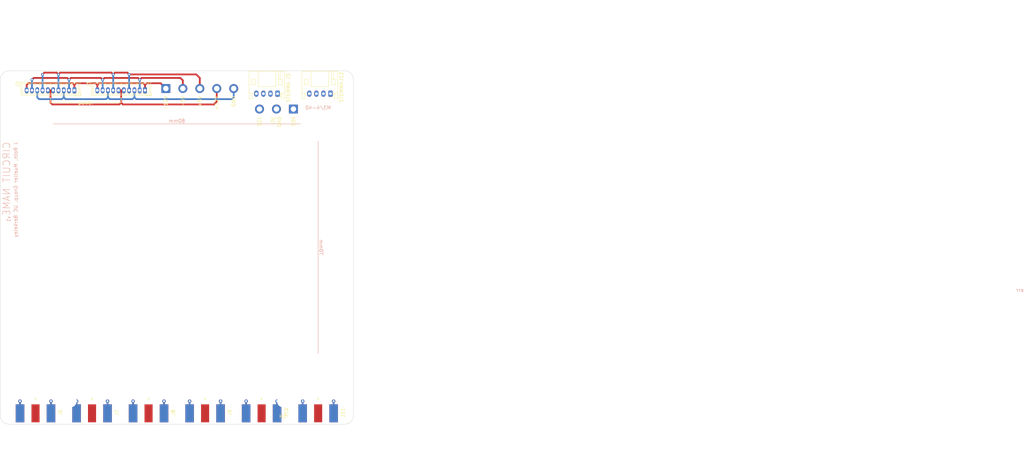
<source format=kicad_pcb>
(kicad_pcb (version 20240108) (generator "pcbnew") (generator_version "8.0")
  (layers (0 "F.Cu" signal) (1 "In1.Cu" signal) (2 "In2.Cu" signal) (31 "B.Cu" signal) (34 "B.Paste" user) (35 "F.Paste" user) (36 "B.SilkS" user "B.Silkscreen") (37 "F.SilkS" user "F.Silkscreen") (38 "B.Mask" user) (39 "F.Mask" user) (44 "Edge.Cuts" user))
  (net 0 "")
  (net 1 "GND")
  (net 2 "+5V")
  (net 3 "-5V")
  (net 4 "+12V")
  (net 5 "-12V")
  (net 6 "/I2C_SDA")
  (net 7 "/I2C_SCL")
  (net 18 "VBUS")
  (net 19 "GNDS")
  (footprint "Connector_Coaxial:SMA_Molex_73251-1153_EdgeMount_Horizontal" (layer "F.Cu") (at 190 145.21 90)
    (property "Reference" "J11" (at -1.5 7 90) (layer "F.SilkS"))
    (property "Value" "Conn_Coaxial")
    (fp_line (start 2.5 -0.25) (end 2.5 0.25) (stroke (width 0.12)) (layer "F.SilkS"))
    (fp_line (start 2 0) (end 2.5 -0.25) (stroke (width 0.12)) (layer "F.SilkS"))
    (fp_line (start 2.5 0.25) (end 2 0) (stroke (width 0.12)) (layer "F.SilkS"))
    (pad "1" smd rect (at -1.72 0 90) (size 5.08 2.29) (layers "F.Cu" "F.Paste" "F.Mask"))
    (pad "2" smd rect (at -1.72 -4.38 90) (size 5.08 2.42) (layers "F.Cu" "F.Paste" "F.Mask"))
    (pad "2" smd rect (at -1.72 -4.38 90) (size 5.08 2.42) (layers "B.Cu" "B.Paste" "B.Mask"))
    (pad "2" smd rect (at -1.72 4.38 90) (size 5.08 2.42) (layers "F.Cu" "F.Paste" "F.Mask"))
    (pad "2" smd rect (at -1.72 4.38 90) (size 5.08 2.42) (layers "B.Cu" "B.Paste" "B.Mask"))
    (pad "2" smd rect (at 1.27 -4.38 90) (size 0.95 0.46) (layers "F.Cu"))
    (pad "2" smd rect (at 1.27 -4.38 90) (size 0.95 0.46) (layers "B.Cu"))
    (pad "2" smd rect (at 1.27 4.38 90) (size 0.95 0.46) (layers "F.Cu"))
    (pad "2" smd rect (at 1.27 4.38 90) (size 0.95 0.46) (layers "B.Cu"))
    (pad "2" thru_hole circle (at 1.72 -4.38 90) (size 0.97 0.97) (drill 0.46) (layers "*.Cu"))
    (pad "2" thru_hole circle (at 1.72 4.38 90) (size 0.97 0.97) (drill 0.46) (layers "*.Cu"))
  )
  (footprint "Connector_Wire:SolderWire-0.75sqmm_1x05_P4.8mm_D1.25mm_OD2.3mm" (layer "F.Cu") (at 146.9 55)
    (property "Reference" "J4" (hide yes))
    (property "Value" "Conn_01x05")
    (pad "1" thru_hole roundrect (at 0 0) (size 2.55 2.55) (drill 1.55) (layers "*.Cu" "*.Mask") (roundrect_rratio 0.098039) (net 5 "-12V"))
    (pad "2" thru_hole circle (at 4.8 0) (size 2.55 2.55) (drill 1.55) (layers "*.Cu" "*.Mask") (net 3 "-5V"))
    (pad "3" thru_hole circle (at 9.6 0) (size 2.55 2.55) (drill 1.55) (layers "*.Cu" "*.Mask") (net 2 "+5V"))
    (pad "4" thru_hole circle (at 14.4 0) (size 2.55 2.55) (drill 1.55) (layers "*.Cu" "*.Mask") (net 4 "+12V"))
    (pad "5" thru_hole circle (at 19.2 0) (size 2.55 2.55) (drill 1.55) (layers "*.Cu" "*.Mask") (net 1 "GND"))
  )
  (footprint "Connector_JST:JST_ZH_B10B-ZR_1x10_P1.50mm_Vertical" (layer "F.Cu") (at 141 55.5 180)
    (property "Reference" "J1" (at 16 1.75 -90) (layer "F.SilkS"))
    (property "Value" "Conn_01x10_Pin")
    (fp_line (start 15.11 2.31) (end 15.11 -1.41) (stroke (width 0.12)) (layer "F.SilkS"))
    (fp_line (start 15.11 0.5) (end 14.71 0.5) (stroke (width 0.12)) (layer "F.SilkS"))
    (fp_line (start 15.11 -0.5) (end 14.71 -0.5) (stroke (width 0.12)) (layer "F.SilkS"))
    (fp_line (start 15.11 -1.41) (end -1.61 -1.41) (stroke (width 0.12)) (layer "F.SilkS"))
    (fp_line (start 14.71 1.91) (end 14.71 -1.01) (stroke (width 0.12)) (layer "F.SilkS"))
    (fp_line (start 14.71 -1.01) (end -1.21 -1.01) (stroke (width 0.12)) (layer "F.SilkS"))
    (fp_line (start 12.85 1.51) (end 12.85 1.91) (stroke (width 0.12)) (layer "F.SilkS"))
    (fp_line (start 12.75 1.91) (end 12.75 1.51) (stroke (width 0.12)) (layer "F.SilkS"))
    (fp_line (start 12.65 1.91) (end 12.65 1.51) (stroke (width 0.12)) (layer "F.SilkS"))
    (fp_line (start 12.65 1.51) (end 12.85 1.51) (stroke (width 0.12)) (layer "F.SilkS"))
    (fp_line (start 11.35 1.51) (end 11.35 1.91) (stroke (width 0.12)) (layer "F.SilkS"))
    (fp_line (start 11.25 1.91) (end 11.25 1.51) (stroke (width 0.12)) (layer "F.SilkS"))
    (fp_line (start 11.15 1.91) (end 11.15 1.51) (stroke (width 0.12)) (layer "F.SilkS"))
    (fp_line (start 11.15 1.51) (end 11.35 1.51) (stroke (width 0.12)) (layer "F.SilkS"))
    (fp_line (start 9.85 1.51) (end 9.85 1.91) (stroke (width 0.12)) (layer "F.SilkS"))
    (fp_line (start 9.75 1.91) (end 9.75 1.51) (stroke (width 0.12)) (layer "F.SilkS"))
    (fp_line (start 9.65 1.91) (end 9.65 1.51) (stroke (width 0.12)) (layer "F.SilkS"))
    (fp_line (start 9.65 1.51) (end 9.85 1.51) (stroke (width 0.12)) (layer "F.SilkS"))
    (fp_line (start 8.35 1.51) (end 8.35 1.91) (stroke (width 0.12)) (layer "F.SilkS"))
    (fp_line (start 8.25 1.91) (end 8.25 1.51) (stroke (width 0.12)) (layer "F.SilkS"))
    (fp_line (start 8.15 1.91) (end 8.15 1.51) (stroke (width 0.12)) (layer "F.SilkS"))
    (fp_line (start 8.15 1.51) (end 8.35 1.51) (stroke (width 0.12)) (layer "F.SilkS"))
    (fp_line (start 6.85 1.51) (end 6.85 1.91) (stroke (width 0.12)) (layer "F.SilkS"))
    (fp_line (start 6.75 1.91) (end 6.75 1.51) (stroke (width 0.12)) (layer "F.SilkS"))
    (fp_line (start 6.65 1.91) (end 6.65 1.51) (stroke (width 0.12)) (layer "F.SilkS"))
    (fp_line (start 6.65 1.51) (end 6.85 1.51) (stroke (width 0.12)) (layer "F.SilkS"))
    (fp_line (start 5.35 1.51) (end 5.35 1.91) (stroke (width 0.12)) (layer "F.SilkS"))
    (fp_line (start 5.25 1.91) (end 5.25 1.51) (stroke (width 0.12)) (layer "F.SilkS"))
    (fp_line (start 5.15 1.91) (end 5.15 1.51) (stroke (width 0.12)) (layer "F.SilkS"))
    (fp_line (start 5.15 1.51) (end 5.35 1.51) (stroke (width 0.12)) (layer "F.SilkS"))
    (fp_line (start 3.85 1.51) (end 3.85 1.91) (stroke (width 0.12)) (layer "F.SilkS"))
    (fp_line (start 3.75 1.91) (end 3.75 1.51) (stroke (width 0.12)) (layer "F.SilkS"))
    (fp_line (start 3.65 1.91) (end 3.65 1.51) (stroke (width 0.12)) (layer "F.SilkS"))
    (fp_line (start 3.65 1.51) (end 3.85 1.51) (stroke (width 0.12)) (layer "F.SilkS"))
    (fp_line (start 2.35 1.51) (end 2.35 1.91) (stroke (width 0.12)) (layer "F.SilkS"))
    (fp_line (start 2.25 1.91) (end 2.25 1.51) (stroke (width 0.12)) (layer "F.SilkS"))
    (fp_line (start 2.15 1.91) (end 2.15 1.51) (stroke (width 0.12)) (layer "F.SilkS"))
    (fp_line (start 2.15 1.51) (end 2.35 1.51) (stroke (width 0.12)) (layer "F.SilkS"))
    (fp_line (start 0.85 1.51) (end 0.85 1.91) (stroke (width 0.12)) (layer "F.SilkS"))
    (fp_line (start 0.75 1.91) (end 0.75 1.51) (stroke (width 0.12)) (layer "F.SilkS"))
    (fp_line (start 0.65 1.91) (end 0.65 1.51) (stroke (width 0.12)) (layer "F.SilkS"))
    (fp_line (start 0.65 1.51) (end 0.85 1.51) (stroke (width 0.12)) (layer "F.SilkS"))
    (fp_line (start -0.3 -1.41) (end -0.3 -1.61) (stroke (width 0.12)) (layer "F.SilkS"))
    (fp_line (start -0.3 -1.51) (end -0.6 -1.51) (stroke (width 0.12)) (layer "F.SilkS"))
    (fp_line (start -0.3 -1.61) (end -0.6 -1.61) (stroke (width 0.12)) (layer "F.SilkS"))
    (fp_line (start -0.6 -1.61) (end -0.6 -1.41) (stroke (width 0.12)) (layer "F.SilkS"))
    (fp_line (start -1.01 -1.61) (end -1.81 -1.61) (stroke (width 0.12)) (layer "F.SilkS"))
    (fp_line (start -1.21 1.91) (end 14.71 1.91) (stroke (width 0.12)) (layer "F.SilkS"))
    (fp_line (start -1.21 -1.01) (end -1.21 1.91) (stroke (width 0.12)) (layer "F.SilkS"))
    (fp_line (start -1.61 2.31) (end 15.11 2.31) (stroke (width 0.12)) (layer "F.SilkS"))
    (fp_line (start -1.61 0.5) (end -1.21 0.5) (stroke (width 0.12)) (layer "F.SilkS"))
    (fp_line (start -1.61 -0.5) (end -1.21 -0.5) (stroke (width 0.12)) (layer "F.SilkS"))
    (fp_line (start -1.61 -1.41) (end -1.61 2.31) (stroke (width 0.12)) (layer "F.SilkS"))
    (fp_line (start -1.81 -1.61) (end -1.81 -0.81) (stroke (width 0.12)) (layer "F.SilkS"))
    (pad "1" thru_hole roundrect (at 0 0 180) (size 1.03 1.73) (drill 0.73) (layers "*.Cu" "*.Mask") (roundrect_rratio 0.242718) (net 5 "-12V"))
    (pad "2" thru_hole oval (at 1.5 0 180) (size 1.03 1.73) (drill 0.73) (layers "*.Cu" "*.Mask") (net 3 "-5V"))
    (pad "3" thru_hole oval (at 3 0 180) (size 1.03 1.73) (drill 0.73) (layers "*.Cu" "*.Mask") (net 1 "GND"))
    (pad "4" thru_hole oval (at 4.5 0 180) (size 1.03 1.73) (drill 0.73) (layers "*.Cu" "*.Mask") (net 2 "+5V"))
    (pad "5" thru_hole oval (at 6 0 180) (size 1.03 1.73) (drill 0.73) (layers "*.Cu" "*.Mask") (net 4 "+12V"))
    (pad "6" thru_hole oval (at 7.5 0 180) (size 1.03 1.73) (drill 0.73) (layers "*.Cu" "*.Mask") (net 4 "+12V"))
    (pad "7" thru_hole oval (at 9 0 180) (size 1.03 1.73) (drill 0.73) (layers "*.Cu" "*.Mask") (net 2 "+5V"))
    (pad "8" thru_hole oval (at 10.5 0 180) (size 1.03 1.73) (drill 0.73) (layers "*.Cu" "*.Mask") (net 1 "GND"))
    (pad "9" thru_hole oval (at 12 0 180) (size 1.03 1.73) (drill 0.73) (layers "*.Cu" "*.Mask") (net 3 "-5V"))
    (pad "10" thru_hole oval (at 13.5 0 180) (size 1.03 1.73) (drill 0.73) (layers "*.Cu" "*.Mask") (net 5 "-12V"))
  )
  (footprint "MountingHole:MountingHole_3.2mm_M3" (layer "F.Cu") (at 190 135)
    (property "Reference" "H4" (hide yes))
    (property "Value" "MountingHole")
    (pad "" np_thru_hole circle (at 0 0) (size 3.2 3.2) (drill 3.2) (layers "*.Cu" "*.Mask"))
  )
  (footprint "MountingHole:MountingHole_3.2mm_M3" (layer "F.Cu") (at 110 65)
    (property "Reference" "H5" (hide yes))
    (property "Value" "MountingHole")
    (pad "" np_thru_hole circle (at 0 0) (size 3.2 3.2) (drill 3.2) (layers "*.Cu" "*.Mask"))
  )
  (footprint "Connector_Coaxial:SMA_Molex_73251-1153_EdgeMount_Horizontal" (layer "F.Cu") (at 142 145.21 90)
    (property "Reference" "J8" (at -1.5 7 90) (layer "F.SilkS"))
    (property "Value" "Conn_Coaxial")
    (fp_line (start 2.5 -0.25) (end 2.5 0.25) (stroke (width 0.12)) (layer "F.SilkS"))
    (fp_line (start 2 0) (end 2.5 -0.25) (stroke (width 0.12)) (layer "F.SilkS"))
    (fp_line (start 2.5 0.25) (end 2 0) (stroke (width 0.12)) (layer "F.SilkS"))
    (pad "1" smd rect (at -1.72 0 90) (size 5.08 2.29) (layers "F.Cu" "F.Paste" "F.Mask"))
    (pad "2" smd rect (at -1.72 -4.38 90) (size 5.08 2.42) (layers "F.Cu" "F.Paste" "F.Mask"))
    (pad "2" smd rect (at -1.72 -4.38 90) (size 5.08 2.42) (layers "B.Cu" "B.Paste" "B.Mask"))
    (pad "2" smd rect (at -1.72 4.38 90) (size 5.08 2.42) (layers "F.Cu" "F.Paste" "F.Mask"))
    (pad "2" smd rect (at -1.72 4.38 90) (size 5.08 2.42) (layers "B.Cu" "B.Paste" "B.Mask"))
    (pad "2" smd rect (at 1.27 -4.38 90) (size 0.95 0.46) (layers "F.Cu"))
    (pad "2" smd rect (at 1.27 -4.38 90) (size 0.95 0.46) (layers "B.Cu"))
    (pad "2" smd rect (at 1.27 4.38 90) (size 0.95 0.46) (layers "F.Cu"))
    (pad "2" smd rect (at 1.27 4.38 90) (size 0.95 0.46) (layers "B.Cu"))
    (pad "2" thru_hole circle (at 1.72 -4.38 90) (size 0.97 0.97) (drill 0.46) (layers "*.Cu"))
    (pad "2" thru_hole circle (at 1.72 4.38 90) (size 0.97 0.97) (drill 0.46) (layers "*.Cu"))
  )
  (footprint "Connector_JST:JST_PH_S4B-PH-K_1x04_P2.00mm_Horizontal" (layer "F.Cu") (at 178.5 56.45 180)
    (property "Reference" "J3" (at -3.1 4.85 90) (layer "F.SilkS"))
    (property "Value" "Conn_01x04_Pin")
    (fp_line (start 8.06 6.36) (end 8.06 -1.46) (stroke (width 0.12)) (layer "F.SilkS"))
    (fp_line (start 8.06 0.14) (end 7.14 0.14) (stroke (width 0.12)) (layer "F.SilkS"))
    (fp_line (start 8.06 -1.46) (end 7.14 -1.46) (stroke (width 0.12)) (layer "F.SilkS"))
    (fp_line (start 7.3 4.1) (end 6.3 4.1) (stroke (width 0.12)) (layer "F.SilkS"))
    (fp_line (start 7.3 2.5) (end 7.3 4.1) (stroke (width 0.12)) (layer "F.SilkS"))
    (fp_line (start 7.14 0.14) (end 6.86 0.14) (stroke (width 0.12)) (layer "F.SilkS"))
    (fp_line (start 7.14 -1.46) (end 7.14 0.14) (stroke (width 0.12)) (layer "F.SilkS"))
    (fp_line (start 6.3 4.1) (end 6.3 2.5) (stroke (width 0.12)) (layer "F.SilkS"))
    (fp_line (start 6.3 2.5) (end 7.3 2.5) (stroke (width 0.12)) (layer "F.SilkS"))
    (fp_line (start 5.5 2) (end 5.5 6.36) (stroke (width 0.12)) (layer "F.SilkS"))
    (fp_line (start 0.5 6.36) (end 0.5 2) (stroke (width 0.12)) (layer "F.SilkS"))
    (fp_line (start 0.5 2) (end 5.5 2) (stroke (width 0.12)) (layer "F.SilkS"))
    (fp_line (start -0.3 4.1) (end -0.3 6.36) (stroke (width 0.12)) (layer "F.SilkS"))
    (fp_line (start -0.3 4.1) (end -0.3 2.5) (stroke (width 0.12)) (layer "F.SilkS"))
    (fp_line (start -0.3 2.5) (end -1.3 2.5) (stroke (width 0.12)) (layer "F.SilkS"))
    (fp_line (start -0.8 4.1) (end -0.8 6.36) (stroke (width 0.12)) (layer "F.SilkS"))
    (fp_line (start -0.86 0.14) (end -0.86 -1.075) (stroke (width 0.12)) (layer "F.SilkS"))
    (fp_line (start -0.86 0.14) (end -1.14 0.14) (stroke (width 0.12)) (layer "F.SilkS"))
    (fp_line (start -1.14 0.14) (end -1.14 -1.46) (stroke (width 0.12)) (layer "F.SilkS"))
    (fp_line (start -1.14 -1.46) (end -2.06 -1.46) (stroke (width 0.12)) (layer "F.SilkS"))
    (fp_line (start -1.3 4.1) (end -0.3 4.1) (stroke (width 0.12)) (layer "F.SilkS"))
    (fp_line (start -1.3 2.5) (end -1.3 4.1) (stroke (width 0.12)) (layer "F.SilkS"))
    (fp_line (start -2.06 6.36) (end 8.06 6.36) (stroke (width 0.12)) (layer "F.SilkS"))
    (fp_line (start -2.06 0.14) (end -1.14 0.14) (stroke (width 0.12)) (layer "F.SilkS"))
    (fp_line (start -2.06 -1.46) (end -2.06 6.36) (stroke (width 0.12)) (layer "F.SilkS"))
    (pad "1" thru_hole roundrect (at 0 0 180) (size 1.2 1.75) (drill 0.75) (layers "*.Cu" "*.Mask") (roundrect_rratio 0.208333) (net 7 "/I2C_SCL"))
    (pad "2" thru_hole oval (at 2 0 180) (size 1.2 1.75) (drill 0.75) (layers "*.Cu" "*.Mask") (net 6 "/I2C_SDA"))
    (pad "3" thru_hole oval (at 4 0 180) (size 1.2 1.75) (drill 0.75) (layers "*.Cu" "*.Mask") (net 18 "VBUS"))
    (pad "4" thru_hole oval (at 6 0 180) (size 1.2 1.75) (drill 0.75) (layers "*.Cu" "*.Mask") (net 19 "GNDS"))
  )
  (footprint "MountingHole:MountingHole_3.2mm_M3" (layer "F.Cu") (at 190 65)
    (property "Reference" "H6" (hide yes))
    (property "Value" "MountingHole")
    (pad "" np_thru_hole circle (at 0 0) (size 3.2 3.2) (drill 3.2) (layers "*.Cu" "*.Mask"))
  )
  (footprint "MountingHole:MountingHole_3.2mm_M3" (layer "F.Cu") (at 110 135)
    (property "Reference" "H3" (hide yes))
    (property "Value" "MountingHole")
    (pad "" np_thru_hole circle (at 0 0) (size 3.2 3.2) (drill 3.2) (layers "*.Cu" "*.Mask"))
  )
  (footprint "matterwaves:Keystone 621" (layer "F.Cu") (at 180 143.6 180)
    (property "Reference" "H2" (at 0 -4.2 180) (layer "F.SilkS"))
    (property "Value" "Keystone Electronics 621")
    (pad "" np_thru_hole circle (at 0 0 180) (size 3.2 3.2) (drill 3.2) (layers "*.Cu" "*.Mask"))
  )
  (footprint "Connector_Coaxial:SMA_Molex_73251-1153_EdgeMount_Horizontal" (layer "F.Cu") (at 126 145.21 90)
    (property "Reference" "J7" (at -1.5 7 90) (layer "F.SilkS"))
    (property "Value" "Conn_Coaxial")
    (fp_line (start 2.5 -0.25) (end 2.5 0.25) (stroke (width 0.12)) (layer "F.SilkS"))
    (fp_line (start 2 0) (end 2.5 -0.25) (stroke (width 0.12)) (layer "F.SilkS"))
    (fp_line (start 2.5 0.25) (end 2 0) (stroke (width 0.12)) (layer "F.SilkS"))
    (pad "1" smd rect (at -1.72 0 90) (size 5.08 2.29) (layers "F.Cu" "F.Paste" "F.Mask"))
    (pad "2" smd rect (at -1.72 -4.38 90) (size 5.08 2.42) (layers "F.Cu" "F.Paste" "F.Mask"))
    (pad "2" smd rect (at -1.72 -4.38 90) (size 5.08 2.42) (layers "B.Cu" "B.Paste" "B.Mask"))
    (pad "2" smd rect (at -1.72 4.38 90) (size 5.08 2.42) (layers "F.Cu" "F.Paste" "F.Mask"))
    (pad "2" smd rect (at -1.72 4.38 90) (size 5.08 2.42) (layers "B.Cu" "B.Paste" "B.Mask"))
    (pad "2" smd rect (at 1.27 -4.38 90) (size 0.95 0.46) (layers "F.Cu"))
    (pad "2" smd rect (at 1.27 -4.38 90) (size 0.95 0.46) (layers "B.Cu"))
    (pad "2" smd rect (at 1.27 4.38 90) (size 0.95 0.46) (layers "F.Cu"))
    (pad "2" smd rect (at 1.27 4.38 90) (size 0.95 0.46) (layers "B.Cu"))
    (pad "2" thru_hole circle (at 1.72 -4.38 90) (size 0.97 0.97) (drill 0.46) (layers "*.Cu"))
    (pad "2" thru_hole circle (at 1.72 4.38 90) (size 0.97 0.97) (drill 0.46) (layers "*.Cu"))
  )
  (footprint "Connector_JST:JST_ZH_B10B-ZR_1x10_P1.50mm_Vertical" (layer "F.Cu") (at 121 55.5 180)
    (property "Reference" "J2" (at 16 1.75 -90) (layer "F.SilkS"))
    (property "Value" "Conn_01x10_Pin")
    (fp_line (start 15.11 2.31) (end 15.11 -1.41) (stroke (width 0.12)) (layer "F.SilkS"))
    (fp_line (start 15.11 0.5) (end 14.71 0.5) (stroke (width 0.12)) (layer "F.SilkS"))
    (fp_line (start 15.11 -0.5) (end 14.71 -0.5) (stroke (width 0.12)) (layer "F.SilkS"))
    (fp_line (start 15.11 -1.41) (end -1.61 -1.41) (stroke (width 0.12)) (layer "F.SilkS"))
    (fp_line (start 14.71 1.91) (end 14.71 -1.01) (stroke (width 0.12)) (layer "F.SilkS"))
    (fp_line (start 14.71 -1.01) (end -1.21 -1.01) (stroke (width 0.12)) (layer "F.SilkS"))
    (fp_line (start 12.85 1.51) (end 12.85 1.91) (stroke (width 0.12)) (layer "F.SilkS"))
    (fp_line (start 12.75 1.91) (end 12.75 1.51) (stroke (width 0.12)) (layer "F.SilkS"))
    (fp_line (start 12.65 1.91) (end 12.65 1.51) (stroke (width 0.12)) (layer "F.SilkS"))
    (fp_line (start 12.65 1.51) (end 12.85 1.51) (stroke (width 0.12)) (layer "F.SilkS"))
    (fp_line (start 11.35 1.51) (end 11.35 1.91) (stroke (width 0.12)) (layer "F.SilkS"))
    (fp_line (start 11.25 1.91) (end 11.25 1.51) (stroke (width 0.12)) (layer "F.SilkS"))
    (fp_line (start 11.15 1.91) (end 11.15 1.51) (stroke (width 0.12)) (layer "F.SilkS"))
    (fp_line (start 11.15 1.51) (end 11.35 1.51) (stroke (width 0.12)) (layer "F.SilkS"))
    (fp_line (start 9.85 1.51) (end 9.85 1.91) (stroke (width 0.12)) (layer "F.SilkS"))
    (fp_line (start 9.75 1.91) (end 9.75 1.51) (stroke (width 0.12)) (layer "F.SilkS"))
    (fp_line (start 9.65 1.91) (end 9.65 1.51) (stroke (width 0.12)) (layer "F.SilkS"))
    (fp_line (start 9.65 1.51) (end 9.85 1.51) (stroke (width 0.12)) (layer "F.SilkS"))
    (fp_line (start 8.35 1.51) (end 8.35 1.91) (stroke (width 0.12)) (layer "F.SilkS"))
    (fp_line (start 8.25 1.91) (end 8.25 1.51) (stroke (width 0.12)) (layer "F.SilkS"))
    (fp_line (start 8.15 1.91) (end 8.15 1.51) (stroke (width 0.12)) (layer "F.SilkS"))
    (fp_line (start 8.15 1.51) (end 8.35 1.51) (stroke (width 0.12)) (layer "F.SilkS"))
    (fp_line (start 6.85 1.51) (end 6.85 1.91) (stroke (width 0.12)) (layer "F.SilkS"))
    (fp_line (start 6.75 1.91) (end 6.75 1.51) (stroke (width 0.12)) (layer "F.SilkS"))
    (fp_line (start 6.65 1.91) (end 6.65 1.51) (stroke (width 0.12)) (layer "F.SilkS"))
    (fp_line (start 6.65 1.51) (end 6.85 1.51) (stroke (width 0.12)) (layer "F.SilkS"))
    (fp_line (start 5.35 1.51) (end 5.35 1.91) (stroke (width 0.12)) (layer "F.SilkS"))
    (fp_line (start 5.25 1.91) (end 5.25 1.51) (stroke (width 0.12)) (layer "F.SilkS"))
    (fp_line (start 5.15 1.91) (end 5.15 1.51) (stroke (width 0.12)) (layer "F.SilkS"))
    (fp_line (start 5.15 1.51) (end 5.35 1.51) (stroke (width 0.12)) (layer "F.SilkS"))
    (fp_line (start 3.85 1.51) (end 3.85 1.91) (stroke (width 0.12)) (layer "F.SilkS"))
    (fp_line (start 3.75 1.91) (end 3.75 1.51) (stroke (width 0.12)) (layer "F.SilkS"))
    (fp_line (start 3.65 1.91) (end 3.65 1.51) (stroke (width 0.12)) (layer "F.SilkS"))
    (fp_line (start 3.65 1.51) (end 3.85 1.51) (stroke (width 0.12)) (layer "F.SilkS"))
    (fp_line (start 2.35 1.51) (end 2.35 1.91) (stroke (width 0.12)) (layer "F.SilkS"))
    (fp_line (start 2.25 1.91) (end 2.25 1.51) (stroke (width 0.12)) (layer "F.SilkS"))
    (fp_line (start 2.15 1.91) (end 2.15 1.51) (stroke (width 0.12)) (layer "F.SilkS"))
    (fp_line (start 2.15 1.51) (end 2.35 1.51) (stroke (width 0.12)) (layer "F.SilkS"))
    (fp_line (start 0.85 1.51) (end 0.85 1.91) (stroke (width 0.12)) (layer "F.SilkS"))
    (fp_line (start 0.75 1.91) (end 0.75 1.51) (stroke (width 0.12)) (layer "F.SilkS"))
    (fp_line (start 0.65 1.91) (end 0.65 1.51) (stroke (width 0.12)) (layer "F.SilkS"))
    (fp_line (start 0.65 1.51) (end 0.85 1.51) (stroke (width 0.12)) (layer "F.SilkS"))
    (fp_line (start -0.3 -1.41) (end -0.3 -1.61) (stroke (width 0.12)) (layer "F.SilkS"))
    (fp_line (start -0.3 -1.51) (end -0.6 -1.51) (stroke (width 0.12)) (layer "F.SilkS"))
    (fp_line (start -0.3 -1.61) (end -0.6 -1.61) (stroke (width 0.12)) (layer "F.SilkS"))
    (fp_line (start -0.6 -1.61) (end -0.6 -1.41) (stroke (width 0.12)) (layer "F.SilkS"))
    (fp_line (start -1.01 -1.61) (end -1.81 -1.61) (stroke (width 0.12)) (layer "F.SilkS"))
    (fp_line (start -1.21 1.91) (end 14.71 1.91) (stroke (width 0.12)) (layer "F.SilkS"))
    (fp_line (start -1.21 -1.01) (end -1.21 1.91) (stroke (width 0.12)) (layer "F.SilkS"))
    (fp_line (start -1.61 2.31) (end 15.11 2.31) (stroke (width 0.12)) (layer "F.SilkS"))
    (fp_line (start -1.61 0.5) (end -1.21 0.5) (stroke (width 0.12)) (layer "F.SilkS"))
    (fp_line (start -1.61 -0.5) (end -1.21 -0.5) (stroke (width 0.12)) (layer "F.SilkS"))
    (fp_line (start -1.61 -1.41) (end -1.61 2.31) (stroke (width 0.12)) (layer "F.SilkS"))
    (fp_line (start -1.81 -1.61) (end -1.81 -0.81) (stroke (width 0.12)) (layer "F.SilkS"))
    (pad "1" thru_hole roundrect (at 0 0 180) (size 1.03 1.73) (drill 0.73) (layers "*.Cu" "*.Mask") (roundrect_rratio 0.242718) (net 5 "-12V"))
    (pad "2" thru_hole oval (at 1.5 0 180) (size 1.03 1.73) (drill 0.73) (layers "*.Cu" "*.Mask") (net 3 "-5V"))
    (pad "3" thru_hole oval (at 3 0 180) (size 1.03 1.73) (drill 0.73) (layers "*.Cu" "*.Mask") (net 1 "GND"))
    (pad "4" thru_hole oval (at 4.5 0 180) (size 1.03 1.73) (drill 0.73) (layers "*.Cu" "*.Mask") (net 2 "+5V"))
    (pad "5" thru_hole oval (at 6 0 180) (size 1.03 1.73) (drill 0.73) (layers "*.Cu" "*.Mask") (net 4 "+12V"))
    (pad "6" thru_hole oval (at 7.5 0 180) (size 1.03 1.73) (drill 0.73) (layers "*.Cu" "*.Mask") (net 4 "+12V"))
    (pad "7" thru_hole oval (at 9 0 180) (size 1.03 1.73) (drill 0.73) (layers "*.Cu" "*.Mask") (net 2 "+5V"))
    (pad "8" thru_hole oval (at 10.5 0 180) (size 1.03 1.73) (drill 0.73) (layers "*.Cu" "*.Mask") (net 1 "GND"))
    (pad "9" thru_hole oval (at 12 0 180) (size 1.03 1.73) (drill 0.73) (layers "*.Cu" "*.Mask") (net 3 "-5V"))
    (pad "10" thru_hole oval (at 13.5 0 180) (size 1.03 1.73) (drill 0.73) (layers "*.Cu" "*.Mask") (net 5 "-12V"))
  )
  (footprint "Connector_Wire:SolderWire-0.75sqmm_1x03_P4.8mm_D1.25mm_OD2.3mm" (layer "F.Cu") (at 183 60.8 180)
    (property "Reference" "J5" (hide yes))
    (property "Value" "Conn_01x03")
    (pad "1" thru_hole roundrect (at 0 0 180) (size 2.55 2.55) (drill 1.55) (layers "*.Cu" "*.Mask") (roundrect_rratio 0.098039) (net 6 "/I2C_SDA"))
    (pad "2" thru_hole circle (at 4.8 0 180) (size 2.55 2.55) (drill 1.55) (layers "*.Cu" "*.Mask") (net 19 "GNDS"))
    (pad "3" thru_hole circle (at 9.6 0 180) (size 2.55 2.55) (drill 1.55) (layers "*.Cu" "*.Mask") (net 7 "/I2C_SCL"))
  )
  (footprint "Connector_Coaxial:SMA_Molex_73251-1153_EdgeMount_Horizontal" (layer "F.Cu") (at 158 145.21 90)
    (property "Reference" "J9" (at -1.5 7 90) (layer "F.SilkS"))
    (property "Value" "Conn_Coaxial")
    (fp_line (start 2.5 -0.25) (end 2.5 0.25) (stroke (width 0.12)) (layer "F.SilkS"))
    (fp_line (start 2 0) (end 2.5 -0.25) (stroke (width 0.12)) (layer "F.SilkS"))
    (fp_line (start 2.5 0.25) (end 2 0) (stroke (width 0.12)) (layer "F.SilkS"))
    (pad "1" smd rect (at -1.72 0 90) (size 5.08 2.29) (layers "F.Cu" "F.Paste" "F.Mask"))
    (pad "2" smd rect (at -1.72 -4.38 90) (size 5.08 2.42) (layers "F.Cu" "F.Paste" "F.Mask"))
    (pad "2" smd rect (at -1.72 -4.38 90) (size 5.08 2.42) (layers "B.Cu" "B.Paste" "B.Mask"))
    (pad "2" smd rect (at -1.72 4.38 90) (size 5.08 2.42) (layers "F.Cu" "F.Paste" "F.Mask"))
    (pad "2" smd rect (at -1.72 4.38 90) (size 5.08 2.42) (layers "B.Cu" "B.Paste" "B.Mask"))
    (pad "2" smd rect (at 1.27 -4.38 90) (size 0.95 0.46) (layers "F.Cu"))
    (pad "2" smd rect (at 1.27 -4.38 90) (size 0.95 0.46) (layers "B.Cu"))
    (pad "2" smd rect (at 1.27 4.38 90) (size 0.95 0.46) (layers "F.Cu"))
    (pad "2" smd rect (at 1.27 4.38 90) (size 0.95 0.46) (layers "B.Cu"))
    (pad "2" thru_hole circle (at 1.72 -4.38 90) (size 0.97 0.97) (drill 0.46) (layers "*.Cu"))
    (pad "2" thru_hole circle (at 1.72 4.38 90) (size 0.97 0.97) (drill 0.46) (layers "*.Cu"))
  )
  (footprint "matterwaves:Keystone 621" (layer "F.Cu") (at 120 143.6 180)
    (property "Reference" "H1" (hide yes))
    (property "Value" "Keystone Electronics 621")
    (pad "" np_thru_hole circle (at 0 0 180) (size 3.2 3.2) (drill 3.2) (layers "*.Cu" "*.Mask"))
  )
  (footprint "Connector_JST:JST_PH_S4B-PH-K_1x04_P2.00mm_Horizontal" (layer "F.Cu") (at 193.5 56.45 180)
    (property "Reference" "J12" (at -3.1 4.85 90) (layer "F.SilkS"))
    (property "Value" "Conn_01x04_Pin")
    (fp_line (start 8.06 6.36) (end 8.06 -1.46) (stroke (width 0.12)) (layer "F.SilkS"))
    (fp_line (start 8.06 0.14) (end 7.14 0.14) (stroke (width 0.12)) (layer "F.SilkS"))
    (fp_line (start 8.06 -1.46) (end 7.14 -1.46) (stroke (width 0.12)) (layer "F.SilkS"))
    (fp_line (start 7.3 4.1) (end 6.3 4.1) (stroke (width 0.12)) (layer "F.SilkS"))
    (fp_line (start 7.3 2.5) (end 7.3 4.1) (stroke (width 0.12)) (layer "F.SilkS"))
    (fp_line (start 7.14 0.14) (end 6.86 0.14) (stroke (width 0.12)) (layer "F.SilkS"))
    (fp_line (start 7.14 -1.46) (end 7.14 0.14) (stroke (width 0.12)) (layer "F.SilkS"))
    (fp_line (start 6.3 4.1) (end 6.3 2.5) (stroke (width 0.12)) (layer "F.SilkS"))
    (fp_line (start 6.3 2.5) (end 7.3 2.5) (stroke (width 0.12)) (layer "F.SilkS"))
    (fp_line (start 5.5 2) (end 5.5 6.36) (stroke (width 0.12)) (layer "F.SilkS"))
    (fp_line (start 0.5 6.36) (end 0.5 2) (stroke (width 0.12)) (layer "F.SilkS"))
    (fp_line (start 0.5 2) (end 5.5 2) (stroke (width 0.12)) (layer "F.SilkS"))
    (fp_line (start -0.3 4.1) (end -0.3 6.36) (stroke (width 0.12)) (layer "F.SilkS"))
    (fp_line (start -0.3 4.1) (end -0.3 2.5) (stroke (width 0.12)) (layer "F.SilkS"))
    (fp_line (start -0.3 2.5) (end -1.3 2.5) (stroke (width 0.12)) (layer "F.SilkS"))
    (fp_line (start -0.8 4.1) (end -0.8 6.36) (stroke (width 0.12)) (layer "F.SilkS"))
    (fp_line (start -0.86 0.14) (end -0.86 -1.075) (stroke (width 0.12)) (layer "F.SilkS"))
    (fp_line (start -0.86 0.14) (end -1.14 0.14) (stroke (width 0.12)) (layer "F.SilkS"))
    (fp_line (start -1.14 0.14) (end -1.14 -1.46) (stroke (width 0.12)) (layer "F.SilkS"))
    (fp_line (start -1.14 -1.46) (end -2.06 -1.46) (stroke (width 0.12)) (layer "F.SilkS"))
    (fp_line (start -1.3 4.1) (end -0.3 4.1) (stroke (width 0.12)) (layer "F.SilkS"))
    (fp_line (start -1.3 2.5) (end -1.3 4.1) (stroke (width 0.12)) (layer "F.SilkS"))
    (fp_line (start -2.06 6.36) (end 8.06 6.36) (stroke (width 0.12)) (layer "F.SilkS"))
    (fp_line (start -2.06 0.14) (end -1.14 0.14) (stroke (width 0.12)) (layer "F.SilkS"))
    (fp_line (start -2.06 -1.46) (end -2.06 6.36) (stroke (width 0.12)) (layer "F.SilkS"))
    (pad "1" thru_hole roundrect (at 0 0 180) (size 1.2 1.75) (drill 0.75) (layers "*.Cu" "*.Mask") (roundrect_rratio 0.208333) (net 7 "/I2C_SCL"))
    (pad "2" thru_hole oval (at 2 0 180) (size 1.2 1.75) (drill 0.75) (layers "*.Cu" "*.Mask") (net 6 "/I2C_SDA"))
    (pad "3" thru_hole oval (at 4 0 180) (size 1.2 1.75) (drill 0.75) (layers "*.Cu" "*.Mask") (net 18 "VBUS"))
    (pad "4" thru_hole oval (at 6 0 180) (size 1.2 1.75) (drill 0.75) (layers "*.Cu" "*.Mask") (net 19 "GNDS"))
  )
  (footprint "Connector_Coaxial:SMA_Molex_73251-1153_EdgeMount_Horizontal" (layer "F.Cu") (at 174 145.21 90)
    (property "Reference" "J10" (at -1.5 7 90) (layer "F.SilkS"))
    (property "Value" "Conn_Coaxial")
    (fp_line (start 2.5 -0.25) (end 2.5 0.25) (stroke (width 0.12)) (layer "F.SilkS"))
    (fp_line (start 2 0) (end 2.5 -0.25) (stroke (width 0.12)) (layer "F.SilkS"))
    (fp_line (start 2.5 0.25) (end 2 0) (stroke (width 0.12)) (layer "F.SilkS"))
    (pad "1" smd rect (at -1.72 0 90) (size 5.08 2.29) (layers "F.Cu" "F.Paste" "F.Mask"))
    (pad "2" smd rect (at -1.72 -4.38 90) (size 5.08 2.42) (layers "F.Cu" "F.Paste" "F.Mask"))
    (pad "2" smd rect (at -1.72 -4.38 90) (size 5.08 2.42) (layers "B.Cu" "B.Paste" "B.Mask"))
    (pad "2" smd rect (at -1.72 4.38 90) (size 5.08 2.42) (layers "F.Cu" "F.Paste" "F.Mask"))
    (pad "2" smd rect (at -1.72 4.38 90) (size 5.08 2.42) (layers "B.Cu" "B.Paste" "B.Mask"))
    (pad "2" smd rect (at 1.27 -4.38 90) (size 0.95 0.46) (layers "F.Cu"))
    (pad "2" smd rect (at 1.27 -4.38 90) (size 0.95 0.46) (layers "B.Cu"))
    (pad "2" smd rect (at 1.27 4.38 90) (size 0.95 0.46) (layers "F.Cu"))
    (pad "2" smd rect (at 1.27 4.38 90) (size 0.95 0.46) (layers "B.Cu"))
    (pad "2" thru_hole circle (at 1.72 -4.38 90) (size 0.97 0.97) (drill 0.46) (layers "*.Cu"))
    (pad "2" thru_hole circle (at 1.72 4.38 90) (size 0.97 0.97) (drill 0.46) (layers "*.Cu"))
  )
  (footprint "Connector_Coaxial:SMA_Molex_73251-1153_EdgeMount_Horizontal" (layer "F.Cu") (at 110 145.21 90)
    (property "Reference" "J6" (at -1.5 7 90) (layer "F.SilkS"))
    (property "Value" "Conn_Coaxial")
    (fp_line (start 2.5 -0.25) (end 2.5 0.25) (stroke (width 0.12)) (layer "F.SilkS"))
    (fp_line (start 2 0) (end 2.5 -0.25) (stroke (width 0.12)) (layer "F.SilkS"))
    (fp_line (start 2.5 0.25) (end 2 0) (stroke (width 0.12)) (layer "F.SilkS"))
    (pad "1" smd rect (at -1.72 0 90) (size 5.08 2.29) (layers "F.Cu" "F.Paste" "F.Mask"))
    (pad "2" smd rect (at -1.72 -4.38 90) (size 5.08 2.42) (layers "F.Cu" "F.Paste" "F.Mask"))
    (pad "2" smd rect (at -1.72 -4.38 90) (size 5.08 2.42) (layers "B.Cu" "B.Paste" "B.Mask"))
    (pad "2" smd rect (at -1.72 4.38 90) (size 5.08 2.42) (layers "F.Cu" "F.Paste" "F.Mask"))
    (pad "2" smd rect (at -1.72 4.38 90) (size 5.08 2.42) (layers "B.Cu" "B.Paste" "B.Mask"))
    (pad "2" smd rect (at 1.27 -4.38 90) (size 0.95 0.46) (layers "F.Cu"))
    (pad "2" smd rect (at 1.27 -4.38 90) (size 0.95 0.46) (layers "B.Cu"))
    (pad "2" smd rect (at 1.27 4.38 90) (size 0.95 0.46) (layers "F.Cu"))
    (pad "2" smd rect (at 1.27 4.38 90) (size 0.95 0.46) (layers "B.Cu"))
    (pad "2" thru_hole circle (at 1.72 -4.38 90) (size 0.97 0.97) (drill 0.46) (layers "*.Cu"))
    (pad "2" thru_hole circle (at 1.72 4.38 90) (size 0.97 0.97) (drill 0.46) (layers "*.Cu"))
  )
  (gr_line (start 190 70) (end 190 130) (stroke (width 0.15)) (layer "B.SilkS"))
  (gr_line (start 115 65) (end 185 65) (stroke (width 0.15)) (layer "B.SilkS"))
  (gr_line (start 134.25 59) (end 134.25 57.5) (stroke (width 0.15)) (layer "F.SilkS"))
  (gr_line (start 126.75 59) (end 134.25 59) (stroke (width 0.15)) (layer "F.SilkS"))
  (gr_line (start 114.25 59) (end 114.25 57.5) (stroke (width 0.15)) (layer "F.SilkS"))
  (gr_line (start 121.75 59) (end 114.25 59) (stroke (width 0.15)) (layer "F.SilkS"))
  (gr_line (start 102.5 150) (end 197.5 150) (stroke (width 0.1)) (layer "Edge.Cuts"))
  (gr_arc (start 100 52.5) (mid 100.732233 50.732233) (end 102.5 50) (stroke (width 0.1)) (layer "Edge.Cuts"))
  (gr_arc (start 197.5 50) (mid 199.267767 50.732233) (end 200 52.5) (stroke (width 0.1)) (layer "Edge.Cuts"))
  (gr_arc (start 102.5 150) (mid 100.732233 149.267767) (end 100 147.5) (stroke (width 0.1)) (layer "Edge.Cuts"))
  (gr_line (start 197.5 50) (end 102.5 50) (stroke (width 0.1)) (layer "Edge.Cuts"))
  (gr_line (start 200 52.5) (end 200 147.5) (stroke (width 0.1)) (layer "Edge.Cuts"))
  (gr_line (start 100 52.5) (end 100 147.5) (stroke (width 0.1)) (layer "Edge.Cuts"))
  (gr_arc (start 200 147.5) (mid 199.267767 149.267767) (end 197.5 150) (stroke (width 0.1)) (layer "Edge.Cuts"))
  (gr_text "err" (at 388.62 112.075 0) (layer "B.SilkS") (effects (font (size 1 1)) (justify mirror)))
  (gr_text "v1" (at 103 91 90) (layer "B.SilkS") (effects (font (size 1 1)) (justify left bottom mirror)))
  (gr_text "CIRCUIT NAME" (at 103 70 90) (layer "B.SilkS") (effects (font (size 2 2)) (justify left bottom mirror)))
  (gr_text "J Roth, Mueller Group, UC Berkeley" (at 105 70 90) (layer "B.SilkS") (effects (font (size 1 1)) (justify left bottom mirror)))
  (gr_text "M3/4-40" (at 190 61 0) (layer "B.SilkS") (effects (font (size 1 1)) (justify bottom mirror)))
  (gr_text "70mm" (at 190.25 100 270) (layer "B.SilkS") (effects (font (size 1 1)) (justify bottom mirror)))
  (gr_text "80mm" (at 150 64.75 0) (layer "B.SilkS") (effects (font (size 1 1)) (justify bottom mirror)))
  (gr_text "power" (at 124.25 59 0) (layer "F.SilkS") (effects (font (size 1 1))))
  (gr_text "-5V" (at 151.7 57 90) (layer "F.SilkS") (effects (font (size 1 1)) (justify right)))
  (gr_text "-12V" (at 146.9 57 90) (layer "F.SilkS") (effects (font (size 1 1)) (justify right)))
  (gr_text "+5V" (at 156.5 57 90) (layer "F.SilkS") (effects (font (size 1 1)) (justify right)))
  (gr_text "STEMMA" (at 196 59 90) (layer "F.SilkS") (effects (font (size 1 1)) (justify left top)))
  (gr_text "STEMMA" (at 181 59 90) (layer "F.SilkS") (effects (font (size 1 1)) (justify left top)))
  (gr_text "+12V" (at 161.3 57 90) (layer "F.SilkS") (effects (font (size 1 1)) (justify right)))
  (gr_text "GND" (at 166.1 57 90) (layer "F.SilkS") (effects (font (size 1 1)) (justify right)))
  (gr_text "SCL" (at 173.4 62.8 90) (layer "F.SilkS") (effects (font (size 1 1)) (justify right)))
  (gr_text "I^{2}C\nGND" (at 178.2 62.8 90) (layer "F.SilkS") (effects (font (size 1 1)) (justify right)))
  (gr_text "SDA" (at 183 62.8 90) (layer "F.SilkS") (effects (font (size 1 1)) (justify right)))
  (segment (start 165.5 58) (end 166.1 57.4) (width 0.5) (layer "B.Cu") (net 1))
  (segment (start 118 57.5) (end 118.5 58) (width 0.5) (layer "B.Cu") (net 1))
  (segment (start 110.5 57.5) (end 111 58) (width 0.5) (layer "B.Cu") (net 1))
  (segment (start 130.5 57.5) (end 131 58) (width 0.5) (layer "B.Cu") (net 1))
  (segment (start 117.5 58) (end 118 57.5) (width 0.5) (layer "B.Cu") (net 1))
  (segment (start 118.5 58) (end 130 58) (width 0.5) (layer "B.Cu") (net 1))
  (segment (start 110.5 55.5) (end 110.5 57.5) (width 0.5) (layer "B.Cu") (net 1))
  (segment (start 138 57.5) (end 138.5 58) (width 0.5) (layer "B.Cu") (net 1))
  (segment (start 137.5 58) (end 138 57.5) (width 0.5) (layer "B.Cu") (net 1))
  (segment (start 130.5 55.5) (end 130.5 57.5) (width 0.5) (layer "B.Cu") (net 1))
  (segment (start 130 58) (end 130.5 57.5) (width 0.5) (layer "B.Cu") (net 1))
  (segment (start 138 55.5) (end 138 57.5) (width 0.5) (layer "B.Cu") (net 1))
  (segment (start 138.5 58) (end 165.5 58) (width 0.5) (layer "B.Cu") (net 1))
  (segment (start 131 58) (end 137.5 58) (width 0.5) (layer "B.Cu") (net 1))
  (segment (start 166.1 57.4) (end 166.1 55) (width 0.5) (layer "B.Cu") (net 1))
  (segment (start 111 58) (end 117.5 58) (width 0.5) (layer "B.Cu") (net 1))
  (segment (start 118 55.5) (end 118 57.5) (width 0.5) (layer "B.Cu") (net 1))
  (segment (start 156.5 55) (end 156.5 52) (width 0.5) (layer "F.Cu") (net 2))
  (segment (start 131.5 50.5) (end 131 50.5) (width 0.5) (layer "F.Cu") (net 2))
  (segment (start 117 50.5) (end 116.5 51) (width 0.5) (layer "F.Cu") (net 2))
  (segment (start 132.5 50.5) (end 132 51) (width 0.5) (layer "F.Cu") (net 2))
  (segment (start 156.5 52) (end 155.5 51) (width 0.5) (layer "F.Cu") (net 2))
  (segment (start 155.5 51) (end 136.5 51) (width 0.5) (layer "F.Cu") (net 2))
  (segment (start 136.5 51) (end 136 50.5) (width 0.5) (layer "F.Cu") (net 2))
  (segment (start 131 50.5) (end 117 50.5) (width 0.5) (layer "F.Cu") (net 2))
  (segment (start 112.5 50.5) (end 112 51) (width 0.5) (layer "F.Cu") (net 2))
  (segment (start 116 50.5) (end 112.5 50.5) (width 0.5) (layer "F.Cu") (net 2))
  (segment (start 116.5 51) (end 116 50.5) (width 0.5) (layer "F.Cu") (net 2))
  (segment (start 132 51) (end 131.5 50.5) (width 0.5) (layer "F.Cu") (net 2))
  (segment (start 136 50.5) (end 132.5 50.5) (width 0.5) (layer "F.Cu") (net 2))
  (via (at 136.5 51) (size 0.8) (drill 0.4) (layers "F.Cu" "B.Cu") (net 2))
  (via (at 112 51) (size 0.8) (drill 0.4) (layers "F.Cu" "B.Cu") (net 2))
  (via (at 116.5 51) (size 0.8) (drill 0.4) (layers "F.Cu" "B.Cu") (net 2))
  (via (at 132 51) (size 0.8) (drill 0.4) (layers "F.Cu" "B.Cu") (net 2))
  (segment (start 116.5 51) (end 116.5 55.5) (width 0.5) (layer "B.Cu") (net 2))
  (segment (start 136.5 51) (end 136.5 55.5) (width 0.5) (layer "B.Cu") (net 2))
  (segment (start 112 51) (end 112 55.5) (width 0.5) (layer "B.Cu") (net 2))
  (segment (start 132 51) (end 132 55.5) (width 0.5) (layer "B.Cu") (net 2))
  (segment (start 151 52) (end 140 52) (width 0.5) (layer "F.Cu") (net 3))
  (segment (start 120 52) (end 119.5 52.5) (width 0.5) (layer "F.Cu") (net 3))
  (segment (start 151.7 52.7) (end 151.7 55) (width 0.5) (layer "F.Cu") (net 3))
  (segment (start 128.5 52) (end 120 52) (width 0.5) (layer "F.Cu") (net 3))
  (segment (start 140 52) (end 139.5 52.5) (width 0.5) (layer "F.Cu") (net 3))
  (segment (start 119.5 52.5) (end 119 52) (width 0.5) (layer "F.Cu") (net 3))
  (segment (start 129 52.5) (end 128.5 52) (width 0.5) (layer "F.Cu") (net 3))
  (segment (start 109.5 52) (end 109 52.5) (width 0.5) (layer "F.Cu") (net 3))
  (segment (start 151.7 52.7) (end 151 52) (width 0.5) (layer "F.Cu") (net 3))
  (segment (start 119 52) (end 109.5 52) (width 0.5) (layer "F.Cu") (net 3))
  (segment (start 129.5 52) (end 129 52.5) (width 0.5) (layer "F.Cu") (net 3))
  (segment (start 139.5 52.5) (end 139 52) (width 0.5) (layer "F.Cu") (net 3))
  (segment (start 139 52) (end 129.5 52) (width 0.5) (layer "F.Cu") (net 3))
  (via (at 129 52.5) (size 0.8) (drill 0.4) (layers "F.Cu" "B.Cu") (net 3))
  (via (at 109 52.5) (size 0.8) (drill 0.4) (layers "F.Cu" "B.Cu") (net 3))
  (via (at 119.5 52.5) (size 0.8) (drill 0.4) (layers "F.Cu" "B.Cu") (net 3))
  (via (at 139.5 52.5) (size 0.8) (drill 0.4) (layers "F.Cu" "B.Cu") (net 3))
  (segment (start 129 52.5) (end 129 55.5) (width 0.5) (layer "B.Cu") (net 3))
  (segment (start 139.5 52.5) (end 139.5 55.5) (width 0.5) (layer "B.Cu") (net 3))
  (segment (start 119.5 52.5) (end 119.5 55.5) (width 0.5) (layer "B.Cu") (net 3))
  (segment (start 109 52.5) (end 109 55.5) (width 0.5) (layer "B.Cu") (net 3))
  (segment (start 114.25 55.5) (end 115 55.5) (width 0.5) (layer "F.Cu") (net 4))
  (segment (start 114.25 55.5) (end 114.25 59) (width 0.5) (layer "F.Cu") (net 4))
  (segment (start 114.75 59.5) (end 133.75 59.5) (width 0.5) (layer "F.Cu") (net 4))
  (segment (start 133.75 59.5) (end 134.25 59) (width 0.5) (layer "F.Cu") (net 4))
  (segment (start 113.5 55.5) (end 114.25 55.5) (width 0.5) (layer "F.Cu") (net 4))
  (segment (start 161.3 58.7) (end 161.3 55) (width 0.5) (layer "F.Cu") (net 4))
  (segment (start 134.25 55.5) (end 134.25 59) (width 0.5) (layer "F.Cu") (net 4))
  (segment (start 160.5 59.5) (end 161.3 58.7) (width 0.5) (layer "F.Cu") (net 4))
  (segment (start 134.75 59.5) (end 160.5 59.5) (width 0.5) (layer "F.Cu") (net 4))
  (segment (start 114.25 59) (end 114.75 59.5) (width 0.5) (layer "F.Cu") (net 4))
  (segment (start 134.25 59) (end 134.75 59.5) (width 0.5) (layer "F.Cu") (net 4))
  (segment (start 133.5 55.5) (end 134.25 55.5) (width 0.5) (layer "F.Cu") (net 4))
  (segment (start 134.25 55.5) (end 135 55.5) (width 0.5) (layer "F.Cu") (net 4))
  (segment (start 127.5 54) (end 127.5 55.5) (width 0.5) (layer "F.Cu") (net 5))
  (segment (start 140.5 53.5) (end 141 54) (width 0.5) (layer "F.Cu") (net 5))
  (segment (start 141 54) (end 141 55.5) (width 0.5) (layer "F.Cu") (net 5))
  (segment (start 121 54) (end 121 55.5) (width 0.5) (layer "F.Cu") (net 5))
  (segment (start 107.5 54) (end 107.5 55.5) (width 0.5) (layer "F.Cu") (net 5))
  (segment (start 127 53.5) (end 127.5 54) (width 0.5) (layer "F.Cu") (net 5))
  (segment (start 120.5 53.5) (end 121 54) (width 0.5) (layer "F.Cu") (net 5))
  (segment (start 108 53.5) (end 120.5 53.5) (width 0.5) (layer "F.Cu") (net 5))
  (segment (start 128 53.5) (end 140.5 53.5) (width 0.5) (layer "F.Cu") (net 5))
  (segment (start 121.5 53.5) (end 127 53.5) (width 0.5) (layer "F.Cu") (net 5))
  (segment (start 121 54) (end 121.5 53.5) (width 0.5) (layer "F.Cu") (net 5))
  (segment (start 141 54) (end 141.5 53.5) (width 0.5) (layer "F.Cu") (net 5))
  (segment (start 107.5 54) (end 108 53.5) (width 0.5) (layer "F.Cu") (net 5))
  (segment (start 145.4 53.5) (end 146.9 55) (width 0.5) (layer "F.Cu") (net 5))
  (segment (start 141.5 53.5) (end 145.4 53.5) (width 0.5) (layer "F.Cu") (net 5))
  (segment (start 127.5 54) (end 128 53.5) (width 0.5) (layer "F.Cu") (net 5))
)
</source>
